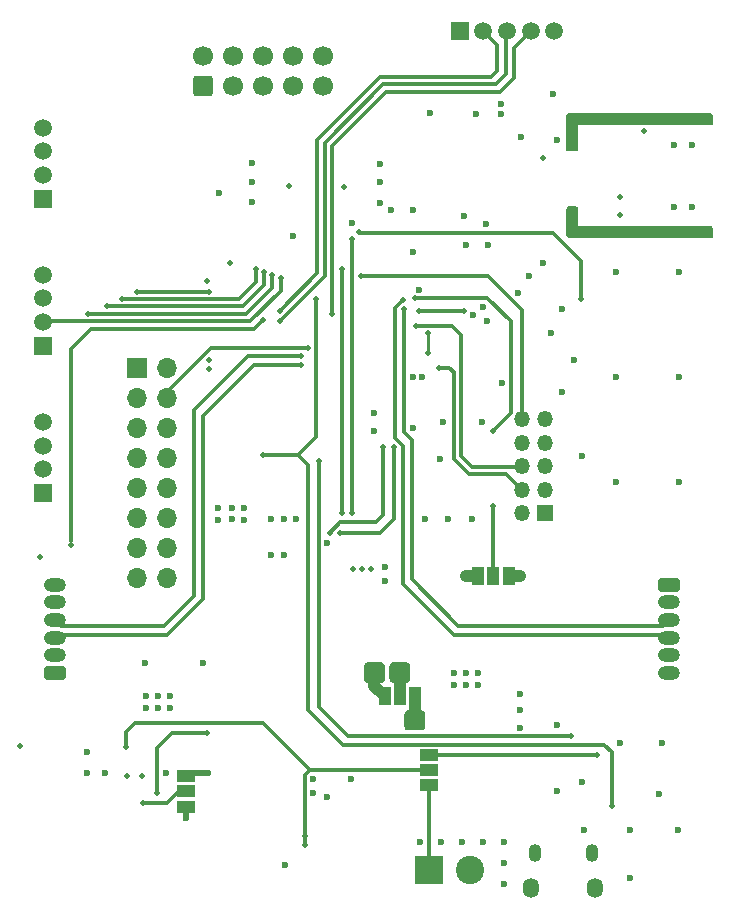
<source format=gbr>
%TF.GenerationSoftware,KiCad,Pcbnew,7.0.1*%
%TF.CreationDate,2023-10-06T11:10:41+02:00*%
%TF.ProjectId,Drv_board,4472765f-626f-4617-9264-2e6b69636164,rev?*%
%TF.SameCoordinates,Original*%
%TF.FileFunction,Copper,L4,Bot*%
%TF.FilePolarity,Positive*%
%FSLAX46Y46*%
G04 Gerber Fmt 4.6, Leading zero omitted, Abs format (unit mm)*
G04 Created by KiCad (PCBNEW 7.0.1) date 2023-10-06 11:10:41*
%MOMM*%
%LPD*%
G01*
G04 APERTURE LIST*
G04 Aperture macros list*
%AMRoundRect*
0 Rectangle with rounded corners*
0 $1 Rounding radius*
0 $2 $3 $4 $5 $6 $7 $8 $9 X,Y pos of 4 corners*
0 Add a 4 corners polygon primitive as box body*
4,1,4,$2,$3,$4,$5,$6,$7,$8,$9,$2,$3,0*
0 Add four circle primitives for the rounded corners*
1,1,$1+$1,$2,$3*
1,1,$1+$1,$4,$5*
1,1,$1+$1,$6,$7*
1,1,$1+$1,$8,$9*
0 Add four rect primitives between the rounded corners*
20,1,$1+$1,$2,$3,$4,$5,0*
20,1,$1+$1,$4,$5,$6,$7,0*
20,1,$1+$1,$6,$7,$8,$9,0*
20,1,$1+$1,$8,$9,$2,$3,0*%
G04 Aperture macros list end*
%TA.AperFunction,ComponentPad*%
%ADD10R,1.500000X1.500000*%
%TD*%
%TA.AperFunction,ComponentPad*%
%ADD11C,1.500000*%
%TD*%
%TA.AperFunction,ComponentPad*%
%ADD12R,1.350000X1.350000*%
%TD*%
%TA.AperFunction,ComponentPad*%
%ADD13O,1.350000X1.350000*%
%TD*%
%TA.AperFunction,ComponentPad*%
%ADD14O,1.350000X1.700000*%
%TD*%
%TA.AperFunction,ComponentPad*%
%ADD15O,1.100000X1.500000*%
%TD*%
%TA.AperFunction,ComponentPad*%
%ADD16RoundRect,0.250000X0.685000X-0.335000X0.685000X0.335000X-0.685000X0.335000X-0.685000X-0.335000X0*%
%TD*%
%TA.AperFunction,ComponentPad*%
%ADD17O,1.870000X1.170000*%
%TD*%
%TA.AperFunction,ComponentPad*%
%ADD18RoundRect,0.250000X0.600000X-0.600000X0.600000X0.600000X-0.600000X0.600000X-0.600000X-0.600000X0*%
%TD*%
%TA.AperFunction,ComponentPad*%
%ADD19C,1.700000*%
%TD*%
%TA.AperFunction,ComponentPad*%
%ADD20R,2.400000X2.400000*%
%TD*%
%TA.AperFunction,ComponentPad*%
%ADD21C,2.400000*%
%TD*%
%TA.AperFunction,ComponentPad*%
%ADD22R,1.700000X1.700000*%
%TD*%
%TA.AperFunction,ComponentPad*%
%ADD23O,1.700000X1.700000*%
%TD*%
%TA.AperFunction,ComponentPad*%
%ADD24RoundRect,0.250000X-0.685000X0.335000X-0.685000X-0.335000X0.685000X-0.335000X0.685000X0.335000X0*%
%TD*%
%TA.AperFunction,SMDPad,CuDef*%
%ADD25R,1.500000X1.000000*%
%TD*%
%TA.AperFunction,SMDPad,CuDef*%
%ADD26R,1.000000X1.500000*%
%TD*%
%TA.AperFunction,ViaPad*%
%ADD27C,0.600000*%
%TD*%
%TA.AperFunction,ViaPad*%
%ADD28C,0.500000*%
%TD*%
%TA.AperFunction,Conductor*%
%ADD29C,0.500000*%
%TD*%
%TA.AperFunction,Conductor*%
%ADD30C,0.300000*%
%TD*%
%TA.AperFunction,Conductor*%
%ADD31C,1.000000*%
%TD*%
%TA.AperFunction,Conductor*%
%ADD32C,0.250000*%
%TD*%
G04 APERTURE END LIST*
D10*
%TO.P,J5,1,Pin_1*%
%TO.N,+5V*%
X138294000Y-72560000D03*
D11*
%TO.P,J5,2,Pin_2*%
%TO.N,SRF-05_TRIG*%
X140294000Y-72560000D03*
%TO.P,J5,3,Pin_3*%
%TO.N,SRF-05_ECHO*%
X142294000Y-72560000D03*
%TO.P,J5,4,Pin_4*%
%TO.N,SRF-05_IN*%
X144294000Y-72560000D03*
%TO.P,J5,5,Pin_5*%
%TO.N,GND*%
X146294000Y-72560000D03*
%TD*%
D12*
%TO.P,J7,1,Pin_1*%
%TO.N,+3.3V*%
X145542000Y-113410000D03*
D13*
%TO.P,J7,2,Pin_2*%
%TO.N,SWDIO*%
X143542000Y-113410000D03*
%TO.P,J7,3,Pin_3*%
%TO.N,GND*%
X145542000Y-111410000D03*
%TO.P,J7,4,Pin_4*%
%TO.N,SWCLK*%
X143542000Y-111410000D03*
%TO.P,J7,5,Pin_5*%
%TO.N,GND*%
X145542000Y-109410000D03*
%TO.P,J7,6,Pin_6*%
%TO.N,SWO*%
X143542000Y-109410000D03*
%TO.P,J7,7,Pin_7*%
%TO.N,unconnected-(J7-Pin_7-Pad7)*%
X145542000Y-107410000D03*
%TO.P,J7,8,Pin_8*%
%TO.N,unconnected-(J7-Pin_8-Pad8)*%
X143542000Y-107410000D03*
%TO.P,J7,9,Pin_9*%
%TO.N,GND*%
X145542000Y-105410000D03*
%TO.P,J7,10,Pin_10*%
%TO.N,NRST*%
X143542000Y-105410000D03*
%TD*%
D14*
%TO.P,J1,6,Shield*%
%TO.N,unconnected-(J1-Shield-Pad6)*%
X144311000Y-145133000D03*
D15*
X144621000Y-142133000D03*
X149461000Y-142133000D03*
D14*
X149771000Y-145133000D03*
%TD*%
D16*
%TO.P,J8,1,Pin_1*%
%TO.N,A2*%
X104000000Y-126940000D03*
D17*
%TO.P,J8,2,Pin_2*%
%TO.N,GND*%
X104000000Y-125440000D03*
%TO.P,J8,3,Pin_3*%
%TO.N,ENC_A_1*%
X104000000Y-123940000D03*
%TO.P,J8,4,Pin_4*%
%TO.N,ENC_A_2*%
X104000000Y-122440000D03*
%TO.P,J8,5,Pin_5*%
%TO.N,+3.3V*%
X104000000Y-120940000D03*
%TO.P,J8,6,Pin_6*%
%TO.N,A1*%
X104000000Y-119440000D03*
%TD*%
D18*
%TO.P,J4,1,Pin_1*%
%TO.N,+3.3V*%
X116586000Y-77206500D03*
D19*
%TO.P,J4,2,Pin_2*%
%TO.N,GND*%
X116586000Y-74666500D03*
%TO.P,J4,3,Pin_3*%
%TO.N,QTR_CTRL*%
X119126000Y-77206500D03*
%TO.P,J4,4,Pin_4*%
%TO.N,unconnected-(J4-Pin_4-Pad4)*%
X119126000Y-74666500D03*
%TO.P,J4,5,Pin_5*%
%TO.N,QTR_4*%
X121666000Y-77206500D03*
%TO.P,J4,6,Pin_6*%
%TO.N,QTR_5*%
X121666000Y-74666500D03*
%TO.P,J4,7,Pin_7*%
%TO.N,QTR_2*%
X124206000Y-77206500D03*
%TO.P,J4,8,Pin_8*%
%TO.N,QTR_3*%
X124206000Y-74666500D03*
%TO.P,J4,9,Pin_9*%
%TO.N,QTR_0*%
X126746000Y-77206500D03*
%TO.P,J4,10,Pin_10*%
%TO.N,QTR_1*%
X126746000Y-74666500D03*
%TD*%
D20*
%TO.P,BT1,1,+*%
%TO.N,+BATT*%
X135648200Y-143572000D03*
D21*
%TO.P,BT1,2,-*%
%TO.N,GND*%
X139148200Y-143572000D03*
%TD*%
D22*
%TO.P,J11,1,Pin_1*%
%TO.N,EXT_USART_TX*%
X110998000Y-101087000D03*
D23*
%TO.P,J11,2,Pin_2*%
%TO.N,EXT_USART_RX*%
X113538000Y-101087000D03*
%TO.P,J11,3,Pin_3*%
%TO.N,KEEP_ALIVE*%
X110998000Y-103627000D03*
%TO.P,J11,4,Pin_4*%
%TO.N,Power_Btn*%
X113538000Y-103627000D03*
%TO.P,J11,5,Pin_5*%
%TO.N,EXT_PC3*%
X110998000Y-106167000D03*
%TO.P,J11,6,Pin_6*%
%TO.N,EXT_PC2*%
X113538000Y-106167000D03*
%TO.P,J11,7,Pin_7*%
%TO.N,EXT_PA4*%
X110998000Y-108707000D03*
%TO.P,J11,8,Pin_8*%
%TO.N,EXT_SPI_SCK*%
X113538000Y-108707000D03*
%TO.P,J11,9,Pin_9*%
%TO.N,EXT_SPI_MISO*%
X110998000Y-111247000D03*
%TO.P,J11,10,Pin_10*%
%TO.N,EXT_SPI_MOSI*%
X113538000Y-111247000D03*
%TO.P,J11,11,Pin_11*%
%TO.N,I2C_SCL*%
X110998000Y-113787000D03*
%TO.P,J11,12,Pin_12*%
%TO.N,I2C_SDA*%
X113538000Y-113787000D03*
%TO.P,J11,13,Pin_13*%
%TO.N,GND*%
X110998000Y-116327000D03*
%TO.P,J11,14,Pin_14*%
%TO.N,+3.3V*%
X113538000Y-116327000D03*
%TO.P,J11,15,Pin_15*%
%TO.N,GND*%
X110998000Y-118867000D03*
%TO.P,J11,16,Pin_16*%
%TO.N,+5V*%
X113538000Y-118867000D03*
%TD*%
D10*
%TO.P,J2,1,Pin_1*%
%TO.N,GND*%
X103040000Y-99212000D03*
D11*
%TO.P,J2,2,Pin_2*%
%TO.N,WS_LED_1*%
X103040000Y-97212000D03*
%TO.P,J2,3,Pin_3*%
%TO.N,+5V*%
X103040000Y-95212000D03*
%TO.P,J2,4,Pin_4*%
%TO.N,GND*%
X103040000Y-93212000D03*
%TD*%
D10*
%TO.P,J6,1,Pin_1*%
%TO.N,I2C_SDA*%
X103047800Y-111664000D03*
D11*
%TO.P,J6,2,Pin_2*%
%TO.N,I2C_SCL*%
X103047800Y-109664000D03*
%TO.P,J6,3,Pin_3*%
%TO.N,+3.3V*%
X103047800Y-107664000D03*
%TO.P,J6,4,Pin_4*%
%TO.N,GND*%
X103047800Y-105664000D03*
%TD*%
D24*
%TO.P,J9,1,Pin_1*%
%TO.N,B2*%
X156000000Y-119440000D03*
D17*
%TO.P,J9,2,Pin_2*%
%TO.N,GND*%
X156000000Y-120940000D03*
%TO.P,J9,3,Pin_3*%
%TO.N,ENC_B_1*%
X156000000Y-122440000D03*
%TO.P,J9,4,Pin_4*%
%TO.N,ENC_B_2*%
X156000000Y-123940000D03*
%TO.P,J9,5,Pin_5*%
%TO.N,+3.3V*%
X156000000Y-125440000D03*
%TO.P,J9,6,Pin_6*%
%TO.N,B1*%
X156000000Y-126940000D03*
%TD*%
D10*
%TO.P,J3,1,Pin_1*%
%TO.N,GND*%
X103040000Y-86766000D03*
D11*
%TO.P,J3,2,Pin_2*%
%TO.N,WS_LED_0*%
X103040000Y-84766000D03*
%TO.P,J3,3,Pin_3*%
%TO.N,+5V*%
X103040000Y-82766000D03*
%TO.P,J3,4,Pin_4*%
%TO.N,GND*%
X103040000Y-80766000D03*
%TD*%
D25*
%TO.P,JP2,1,A*%
%TO.N,+BATT*%
X135648200Y-136442000D03*
%TO.P,JP2,2,C*%
%TO.N,EN*%
X135648200Y-135142000D03*
%TO.P,JP2,3,B*%
%TO.N,LATCH_POWERUP*%
X135648200Y-133842000D03*
%TD*%
D26*
%TO.P,JP1,1,A*%
%TO.N,5V_Stab*%
X131923000Y-128905000D03*
%TO.P,JP1,2,C*%
%TO.N,+5V*%
X133223000Y-128905000D03*
%TO.P,JP1,3,B*%
%TO.N,5V_Conv*%
X134523000Y-128905000D03*
%TD*%
D25*
%TO.P,JP3,1,A*%
%TO.N,GND*%
X115074200Y-135645400D03*
%TO.P,JP3,2,C*%
%TO.N,Net-(IC1-FREQ)*%
X115074200Y-136945400D03*
%TO.P,JP3,3,B*%
%TO.N,+BATT*%
X115074200Y-138245400D03*
%TD*%
D26*
%TO.P,SW1,1,A*%
%TO.N,+3.3V*%
X142427000Y-118745000D03*
%TO.P,SW1,2,B*%
%TO.N,Net-(SW1-B)*%
X141127000Y-118745000D03*
%TO.P,SW1,3,C*%
%TO.N,GND*%
X139827000Y-118745000D03*
%TD*%
D27*
%TO.N,+BATT*%
X115074200Y-139206000D03*
D28*
X101092000Y-133096000D03*
D27*
X152666200Y-144286000D03*
X152666200Y-140222000D03*
X155194000Y-137160000D03*
X148602200Y-136158000D03*
X156730200Y-140222000D03*
%TO.N,GND*%
X116979200Y-135396000D03*
X124206000Y-89916000D03*
X156464000Y-82194400D03*
X148844000Y-140208000D03*
X134886200Y-141238000D03*
X151485600Y-101904800D03*
X158750000Y-89611200D03*
X141998200Y-144794000D03*
X143395200Y-131586000D03*
X146558000Y-131318000D03*
X147828000Y-89611200D03*
X141998200Y-143016000D03*
X139700000Y-79603600D03*
X131572000Y-85394800D03*
X143395200Y-128665000D03*
X158750000Y-80060800D03*
X151485600Y-92989400D03*
D28*
X129235200Y-118110000D03*
D27*
X146202400Y-77927200D03*
X150012400Y-89611200D03*
X141998200Y-141238000D03*
D28*
X110121200Y-135650000D03*
D27*
X122301000Y-113919000D03*
X151485600Y-110794800D03*
X156565600Y-89611200D03*
X111607600Y-126085600D03*
D28*
X118872000Y-92202000D03*
D27*
X134366000Y-106172000D03*
D28*
X130759200Y-118110000D03*
D27*
X132461000Y-87757000D03*
X140505534Y-88930474D03*
X125869200Y-135878600D03*
X144145000Y-93322000D03*
X156565600Y-80060800D03*
X120691467Y-85357340D03*
X106692200Y-135396000D03*
X139446000Y-96647000D03*
X155448000Y-132842000D03*
D28*
X111391200Y-135650000D03*
D27*
X143395200Y-130062000D03*
X123456200Y-143143000D03*
X147828000Y-82245200D03*
X127014500Y-115951000D03*
X117906800Y-86319500D03*
X151892000Y-132842000D03*
X156870400Y-93014800D03*
X138442200Y-141238000D03*
X139319000Y-113919000D03*
X131953000Y-119126000D03*
X138811000Y-90678000D03*
X122301000Y-116967000D03*
X147828000Y-80060800D03*
X113423200Y-135396000D03*
D28*
X123825000Y-85705250D03*
D27*
X147828000Y-87833200D03*
X135382000Y-113919000D03*
X157988000Y-82194400D03*
D28*
X102768400Y-117068600D03*
D27*
X157988000Y-87477600D03*
X147943000Y-100457000D03*
X146927000Y-96139000D03*
D28*
X128524000Y-85738200D03*
D27*
X146032841Y-98135398D03*
X124460000Y-113919000D03*
D28*
X117094000Y-100457000D03*
D27*
X140258800Y-95961200D03*
X123444000Y-116967000D03*
X131064000Y-106426000D03*
X140690600Y-90680400D03*
X131559000Y-87109000D03*
X152196800Y-80060800D03*
X140589000Y-97155000D03*
X154381200Y-89611200D03*
X156464000Y-87477600D03*
X131953000Y-117983000D03*
X106692200Y-133618000D03*
X156870400Y-110794800D03*
X154381200Y-80060800D03*
X134874000Y-94488000D03*
X123418600Y-113893600D03*
X138811000Y-118745000D03*
X136664200Y-141238000D03*
X120700800Y-87084200D03*
D28*
X151892000Y-86614000D03*
D27*
X146558000Y-136906000D03*
D28*
X130048000Y-118110000D03*
D27*
X116586000Y-126111000D03*
X150012400Y-80060800D03*
X156870400Y-101904800D03*
D28*
X145313233Y-83337233D03*
D27*
X129044200Y-135904000D03*
D28*
X151892000Y-88138000D03*
D27*
X145364200Y-92204400D03*
X127012200Y-137428000D03*
X136652000Y-108824500D03*
X152196800Y-89611200D03*
X108216200Y-135396000D03*
X137287000Y-113919000D03*
D28*
X153924000Y-81026000D03*
D27*
X134328497Y-101854000D03*
X143510000Y-81534000D03*
X141859000Y-102362000D03*
X125869200Y-137047000D03*
X140220200Y-141238000D03*
%TO.N,+3.3V*%
X143383000Y-118745000D03*
X146939000Y-103124000D03*
X140208000Y-105664000D03*
X131064000Y-104902000D03*
X139839200Y-127903000D03*
X135763000Y-79502000D03*
X131572000Y-83820000D03*
X134366000Y-87757000D03*
X137807200Y-127903000D03*
D28*
X116899500Y-93726000D03*
D27*
X139839200Y-126887000D03*
X134366000Y-91313000D03*
X138823200Y-127903000D03*
X141782800Y-79603600D03*
D28*
X117094000Y-101156500D03*
D27*
X138823200Y-126887000D03*
X135128000Y-101854000D03*
X141782800Y-78790800D03*
X120700800Y-83782200D03*
X143256000Y-94742000D03*
X146558000Y-81788000D03*
X148654000Y-108585000D03*
X136906000Y-105664000D03*
X129133600Y-88798400D03*
X137807200Y-126887000D03*
X138684000Y-88265000D03*
D28*
%TO.N,NRST*%
X129921000Y-93345000D03*
D27*
%TO.N,5V_Conv*%
X133985000Y-131394200D03*
X133985000Y-130505200D03*
X135001000Y-131394200D03*
X135001000Y-130505200D03*
%TO.N,+6V*%
X112776000Y-128905000D03*
X118973600Y-113919000D03*
X117856000Y-112928400D03*
X111760000Y-128905000D03*
X120015000Y-112928400D03*
X117856000Y-113944400D03*
X120015000Y-113944400D03*
X113792000Y-129921000D03*
X113792000Y-128905000D03*
X118973600Y-112928400D03*
X112776000Y-129921000D03*
X111760000Y-129921000D03*
%TO.N,5V_Stab*%
X131572000Y-127254000D03*
X130556000Y-126365000D03*
X130556000Y-127254000D03*
X131572000Y-126365000D03*
D28*
%TO.N,Net-(IC1-SS)*%
X116852200Y-131992400D03*
X112661200Y-137047000D03*
%TO.N,Power_Btn*%
X125476000Y-99441000D03*
X126365000Y-108966000D03*
X147718200Y-132242500D03*
%TO.N,EN*%
X125158000Y-140755400D03*
X110045000Y-133211600D03*
X125158000Y-141517400D03*
%TO.N,Net-(IC1-FREQ)*%
X111442000Y-137910600D03*
%TO.N,DRV_MODE*%
X129159000Y-90170000D03*
X129159000Y-113411000D03*
%TO.N,DRV_NSLEEP*%
X128333500Y-92745500D03*
X128346200Y-113411000D03*
D27*
%TO.N,+5V*%
X132715000Y-126365000D03*
X133731000Y-127254000D03*
X133731000Y-126365000D03*
X132715000Y-127254000D03*
D28*
%TO.N,SRF-05_TRIG*%
X123063000Y-96266000D03*
%TO.N,SRF-05_ECHO*%
X123063000Y-97155000D03*
%TO.N,SRF-05_IN*%
X127473000Y-96520000D03*
%TO.N,I2C_SDA*%
X127274589Y-115041411D03*
X131826000Y-107823000D03*
%TO.N,I2C_SCL*%
X128143000Y-115062000D03*
X132715000Y-107823000D03*
%TO.N,WS_LED_1*%
X123127433Y-93472000D03*
%TO.N,SWCLK*%
X136525000Y-101092000D03*
%TO.N,SWO*%
X134594767Y-97510767D03*
%TO.N,WS_LED_0*%
X122428000Y-93218000D03*
X106807000Y-96520000D03*
%TO.N,ENC_A_1*%
X124841000Y-100838000D03*
%TO.N,ENC_A_2*%
X124841000Y-100076000D03*
%TO.N,ENC_B_1*%
X133604000Y-96139000D03*
%TO.N,ENC_B_2*%
X133477000Y-95377000D03*
%TO.N,LATCH_POWERUP*%
X149902200Y-133842000D03*
%TO.N,BOOT0*%
X141097000Y-106426000D03*
X134472672Y-95138000D03*
%TO.N,Net-(SW1-B)*%
X141097000Y-112776000D03*
%TO.N,BATT_ADC_0*%
X105359200Y-116103400D03*
X121666000Y-97028000D03*
%TO.N,KEEP_ALIVE*%
X126111000Y-95250000D03*
X151142200Y-138190000D03*
X121666000Y-108458000D03*
%TO.N,Net-(U2-PC15)*%
X129794000Y-89570000D03*
X148590000Y-95250000D03*
%TO.N,EXT_USART_TX*%
X108423000Y-95850000D03*
X121716800Y-92964000D03*
%TO.N,EXT_USART_RX*%
X121017297Y-92710000D03*
X109728000Y-95250500D03*
%TO.N,NRF_SCK*%
X135607819Y-98147319D03*
X135636000Y-99824500D03*
%TO.N,MPU-6050_IRQ*%
X134874000Y-96266000D03*
X138633500Y-96266000D03*
%TO.N,EXT_PA4*%
X110998000Y-94650500D03*
X117094000Y-94650500D03*
%TD*%
D29*
%TO.N,+BATT*%
X115074200Y-138245400D02*
X115074200Y-139206000D01*
D30*
X135648200Y-136442000D02*
X135648200Y-143840000D01*
D29*
%TO.N,GND*%
X116979200Y-135396000D02*
X115171200Y-135396000D01*
X115171200Y-135396000D02*
X115074200Y-135493000D01*
D31*
X139827000Y-118745000D02*
X138811000Y-118745000D01*
%TO.N,+3.3V*%
X142427000Y-118745000D02*
X143383000Y-118745000D01*
D30*
%TO.N,NRST*%
X140716000Y-93345000D02*
X143542000Y-96171000D01*
X129921000Y-93345000D02*
X140716000Y-93345000D01*
X143542000Y-96171000D02*
X143542000Y-105410000D01*
D31*
%TO.N,5V_Conv*%
X134523000Y-128905000D02*
X134523000Y-130653000D01*
%TO.N,5V_Stab*%
X131923000Y-128905000D02*
X131064000Y-128046000D01*
X131064000Y-128046000D02*
X131064000Y-126746000D01*
D30*
%TO.N,Net-(IC1-SS)*%
X112661200Y-137047000D02*
X112661200Y-133237000D01*
X113905800Y-131992400D02*
X116852200Y-131992400D01*
X112661200Y-133237000D02*
X113905800Y-131992400D01*
%TO.N,Power_Btn*%
X126365000Y-108966000D02*
X126365000Y-129794000D01*
X128807000Y-132236000D02*
X147711700Y-132236000D01*
X126365000Y-129794000D02*
X128807000Y-132236000D01*
X113538000Y-103164471D02*
X113538000Y-103627000D01*
X147711700Y-132236000D02*
X147718200Y-132242500D01*
X117261471Y-99441000D02*
X113538000Y-103164471D01*
X125476000Y-99441000D02*
X117261471Y-99441000D01*
%TO.N,EN*%
X125158000Y-141517400D02*
X125158000Y-140755400D01*
X125107200Y-141466600D02*
X125158000Y-141517400D01*
X110045000Y-133211600D02*
X110045000Y-131916200D01*
X121663200Y-131190000D02*
X122757700Y-132284500D01*
X110045000Y-131916200D02*
X110771200Y-131190000D01*
X122679200Y-132206000D02*
X125615200Y-135142000D01*
X125158000Y-140755400D02*
X125092200Y-140689600D01*
X135648200Y-135142000D02*
X125615200Y-135142000D01*
X110771200Y-131190000D02*
X121663200Y-131190000D01*
X125158000Y-135599200D02*
X125615200Y-135142000D01*
X125158000Y-135599200D02*
X125158000Y-141517400D01*
X125107200Y-140704600D02*
X125158000Y-140755400D01*
%TO.N,Net-(IC1-FREQ)*%
X114490000Y-136945400D02*
X115074200Y-136945400D01*
X113524800Y-137910600D02*
X114490000Y-136945400D01*
X111442000Y-137910600D02*
X113524800Y-137910600D01*
%TO.N,DRV_MODE*%
X129159000Y-113411000D02*
X129159000Y-90170000D01*
%TO.N,DRV_NSLEEP*%
X128346200Y-92758200D02*
X128333500Y-92745500D01*
X128346200Y-113411000D02*
X128346200Y-92758200D01*
D31*
%TO.N,+5V*%
X133223000Y-128905000D02*
X133223000Y-127127000D01*
D30*
%TO.N,SRF-05_TRIG*%
X126238000Y-93091000D02*
X126238000Y-81788000D01*
X140970000Y-76454000D02*
X141478000Y-75946000D01*
X131572000Y-76454000D02*
X140970000Y-76454000D01*
X123063000Y-96266000D02*
X126238000Y-93091000D01*
X141478000Y-73744000D02*
X140548000Y-72814000D01*
X126238000Y-81788000D02*
X131572000Y-76454000D01*
X140548000Y-72814000D02*
X140294000Y-72814000D01*
X141478000Y-75946000D02*
X141478000Y-73744000D01*
%TO.N,SRF-05_ECHO*%
X131826000Y-77089000D02*
X141351000Y-77089000D01*
X126873000Y-82042000D02*
X131826000Y-77089000D01*
X141351000Y-77089000D02*
X142240000Y-76200000D01*
X142240000Y-72614000D02*
X142294000Y-72560000D01*
X142240000Y-76200000D02*
X142240000Y-72614000D01*
X123063000Y-97155000D02*
X126873000Y-93345000D01*
X142294000Y-72560000D02*
X142294000Y-72814000D01*
X126873000Y-93345000D02*
X126873000Y-82042000D01*
%TO.N,SRF-05_IN*%
X141732000Y-77724000D02*
X142875000Y-76581000D01*
X127473000Y-96520000D02*
X127473000Y-82331000D01*
X132080000Y-77724000D02*
X141732000Y-77724000D01*
X142875000Y-76581000D02*
X142875000Y-73979000D01*
X142875000Y-73979000D02*
X144294000Y-72560000D01*
X127473000Y-82331000D02*
X132080000Y-77724000D01*
%TO.N,I2C_SDA*%
X131826000Y-113538000D02*
X131826000Y-107823000D01*
X113538000Y-113919000D02*
X113919000Y-114300000D01*
X131191000Y-114173000D02*
X131826000Y-113538000D01*
X128143000Y-114173000D02*
X131191000Y-114173000D01*
X127274589Y-115041411D02*
X128143000Y-114173000D01*
X113538000Y-113787000D02*
X113538000Y-113919000D01*
%TO.N,I2C_SCL*%
X131572000Y-115062000D02*
X132715000Y-113919000D01*
X132715000Y-113919000D02*
X132715000Y-107823000D01*
X128143000Y-115062000D02*
X131572000Y-115062000D01*
%TO.N,WS_LED_1*%
X120523000Y-97155000D02*
X103097000Y-97155000D01*
X123127433Y-93472000D02*
X123127433Y-94550567D01*
X123127433Y-94550567D02*
X120523000Y-97155000D01*
X103097000Y-97155000D02*
X103040000Y-97212000D01*
%TO.N,QTR_4*%
X121666000Y-77206500D02*
X121666000Y-77470000D01*
%TO.N,QTR_5*%
X121666000Y-74666500D02*
X121666000Y-74803000D01*
%TO.N,SWCLK*%
X137795000Y-101473000D02*
X137795000Y-108839000D01*
X143446000Y-111506000D02*
X143542000Y-111410000D01*
X139065000Y-110109000D02*
X142241000Y-110109000D01*
X142241000Y-110109000D02*
X143542000Y-111410000D01*
X137795000Y-108839000D02*
X139065000Y-110109000D01*
X136525000Y-101092000D02*
X137414000Y-101092000D01*
X137414000Y-101092000D02*
X137795000Y-101473000D01*
%TO.N,SWO*%
X138430000Y-108585000D02*
X139319000Y-109474000D01*
X134594767Y-97510767D02*
X134620000Y-97536000D01*
X138430000Y-101346000D02*
X138430000Y-101600000D01*
X138430000Y-101600000D02*
X138430000Y-108585000D01*
X137668000Y-97536000D02*
X138430000Y-98298000D01*
X143478000Y-109474000D02*
X143542000Y-109410000D01*
X138430000Y-98298000D02*
X138430000Y-101600000D01*
X134620000Y-97536000D02*
X137668000Y-97536000D01*
X139319000Y-109474000D02*
X143478000Y-109474000D01*
%TO.N,WS_LED_0*%
X122428000Y-93218000D02*
X122428000Y-94297500D01*
X120205500Y-96520000D02*
X106807000Y-96520000D01*
X122428000Y-94297500D02*
X120205500Y-96520000D01*
%TO.N,ENC_A_1*%
X124841000Y-100838000D02*
X120904000Y-100838000D01*
X113538000Y-123698000D02*
X104242000Y-123698000D01*
X116586000Y-120650000D02*
X113538000Y-123698000D01*
X104242000Y-123698000D02*
X104000000Y-123940000D01*
X120904000Y-100838000D02*
X116586000Y-105156000D01*
X116586000Y-105156000D02*
X116586000Y-120650000D01*
%TO.N,ENC_A_2*%
X120396000Y-100076000D02*
X115824000Y-104648000D01*
X115824000Y-120396000D02*
X113284000Y-122936000D01*
X104496000Y-122936000D02*
X104000000Y-122440000D01*
X113284000Y-122936000D02*
X104496000Y-122936000D01*
X115824000Y-104648000D02*
X115824000Y-120396000D01*
X124841000Y-100076000D02*
X120396000Y-100076000D01*
%TO.N,ENC_B_1*%
X155504000Y-122936000D02*
X138176000Y-122936000D01*
X133604000Y-106553000D02*
X133604000Y-96139000D01*
X138176000Y-122936000D02*
X134239000Y-118999000D01*
X156000000Y-122440000D02*
X155504000Y-122936000D01*
X134239000Y-118999000D02*
X134239000Y-107188000D01*
X134239000Y-107188000D02*
X133604000Y-106553000D01*
%TO.N,ENC_B_2*%
X133477000Y-119380000D02*
X137795000Y-123698000D01*
X132842000Y-96052471D02*
X132842000Y-96012000D01*
X132842000Y-96012000D02*
X133477000Y-95377000D01*
X155758000Y-123698000D02*
X156000000Y-123940000D01*
X133477000Y-107696000D02*
X133477000Y-119380000D01*
X132842000Y-96052471D02*
X132842000Y-107061000D01*
X137795000Y-123698000D02*
X155758000Y-123698000D01*
X132842000Y-107061000D02*
X133477000Y-107696000D01*
%TO.N,LATCH_POWERUP*%
X149902200Y-133842000D02*
X135648200Y-133842000D01*
%TO.N,BOOT0*%
X134472672Y-95138000D02*
X140604000Y-95138000D01*
X142621000Y-97155000D02*
X142621000Y-104902000D01*
X142621000Y-104902000D02*
X141097000Y-106426000D01*
X140604000Y-95138000D02*
X142621000Y-97155000D01*
%TO.N,Net-(SW1-B)*%
X141097000Y-118715000D02*
X141127000Y-118745000D01*
X141097000Y-112776000D02*
X141097000Y-118715000D01*
%TO.N,BATT_ADC_0*%
X121666000Y-97028000D02*
X120904000Y-97790000D01*
X105359200Y-99517200D02*
X105359200Y-115722400D01*
X107086400Y-97790000D02*
X105359200Y-99517200D01*
X120904000Y-97790000D02*
X107086400Y-97790000D01*
%TO.N,KEEP_ALIVE*%
X151142200Y-138190000D02*
X151142200Y-133616200D01*
X128420000Y-132992000D02*
X125476000Y-130048000D01*
X150518000Y-132992000D02*
X128420000Y-132992000D01*
X124587000Y-108458000D02*
X126111000Y-106934000D01*
X125476000Y-130048000D02*
X125476000Y-109347000D01*
X126111000Y-95250000D02*
X126111000Y-106934000D01*
X125476000Y-109347000D02*
X124587000Y-108458000D01*
X124587000Y-108458000D02*
X121666000Y-108458000D01*
X151142200Y-133616200D02*
X150518000Y-132992000D01*
%TO.N,Net-(U2-PC15)*%
X129794000Y-89570000D02*
X129886000Y-89662000D01*
X148590000Y-92075000D02*
X148590000Y-95250000D01*
X129886000Y-89662000D02*
X146177000Y-89662000D01*
X146177000Y-89662000D02*
X148590000Y-92075000D01*
%TO.N,EXT_USART_TX*%
X121716800Y-94056200D02*
X121716800Y-92964000D01*
X108423000Y-95850000D02*
X119923000Y-95850000D01*
X119923000Y-95850000D02*
X121716800Y-94056200D01*
%TO.N,EXT_USART_RX*%
X121031000Y-92723703D02*
X121017297Y-92710000D01*
X109728500Y-95250000D02*
X119634000Y-95250000D01*
X121031000Y-93853000D02*
X121031000Y-92723703D01*
X119634000Y-95250000D02*
X121031000Y-93853000D01*
X109728000Y-95250500D02*
X109728500Y-95250000D01*
D32*
%TO.N,NRF_SCK*%
X135607819Y-99796319D02*
X135636000Y-99824500D01*
X135607819Y-98147319D02*
X135636000Y-98175500D01*
X135607819Y-98147319D02*
X135607819Y-99796319D01*
D30*
%TO.N,MPU-6050_IRQ*%
X138633500Y-96266000D02*
X134874000Y-96266000D01*
%TO.N,EXT_PA4*%
X117094000Y-94650500D02*
X110998000Y-94650500D01*
%TD*%
%TA.AperFunction,Conductor*%
%TO.N,GND*%
G36*
X148047971Y-87378381D02*
G01*
X148126618Y-87394024D01*
X148171308Y-87412535D01*
X148227626Y-87450166D01*
X148261833Y-87484373D01*
X148299462Y-87540688D01*
X148317976Y-87585387D01*
X148333617Y-87664020D01*
X148336000Y-87688211D01*
X148336000Y-89103200D01*
X159575500Y-89103200D01*
X159637500Y-89119813D01*
X159682887Y-89165200D01*
X159699500Y-89227200D01*
X159699500Y-89995200D01*
X159682887Y-90057200D01*
X159637500Y-90102587D01*
X159575500Y-90119200D01*
X147632211Y-90119200D01*
X147608020Y-90116817D01*
X147529387Y-90101176D01*
X147484689Y-90082662D01*
X147428373Y-90045033D01*
X147394166Y-90010826D01*
X147356535Y-89954508D01*
X147338024Y-89909818D01*
X147322381Y-89831171D01*
X147320000Y-89806989D01*
X147320000Y-87688211D01*
X147322381Y-87664028D01*
X147338025Y-87585379D01*
X147356534Y-87540693D01*
X147394168Y-87484370D01*
X147428370Y-87450168D01*
X147484693Y-87412534D01*
X147529379Y-87394025D01*
X147608028Y-87378381D01*
X147632211Y-87376000D01*
X148023789Y-87376000D01*
X148047971Y-87378381D01*
G37*
%TD.AperFunction*%
%TD*%
%TA.AperFunction,Conductor*%
%TO.N,GND*%
G36*
X159637500Y-79569413D02*
G01*
X159682887Y-79614800D01*
X159699500Y-79676800D01*
X159699500Y-80444800D01*
X159682887Y-80506800D01*
X159637500Y-80552187D01*
X159575500Y-80568800D01*
X148336000Y-80568800D01*
X148336000Y-82629200D01*
X148319387Y-82691200D01*
X148274000Y-82736587D01*
X148212000Y-82753200D01*
X147444000Y-82753200D01*
X147382000Y-82736587D01*
X147336613Y-82691200D01*
X147320000Y-82629200D01*
X147320000Y-79676800D01*
X147336613Y-79614800D01*
X147382000Y-79569413D01*
X147444000Y-79552800D01*
X159575500Y-79552800D01*
X159637500Y-79569413D01*
G37*
%TD.AperFunction*%
%TD*%
%TA.AperFunction,Conductor*%
%TO.N,+5V*%
G36*
X133721641Y-125985527D02*
G01*
X133816207Y-126000504D01*
X133853102Y-126012491D01*
X133929617Y-126051477D01*
X133961002Y-126074281D01*
X134021718Y-126134997D01*
X134044522Y-126166383D01*
X134083507Y-126242895D01*
X134095495Y-126279792D01*
X134110473Y-126374358D01*
X134112000Y-126393756D01*
X134112000Y-127352244D01*
X134110473Y-127371642D01*
X134095495Y-127466207D01*
X134083507Y-127503104D01*
X134044522Y-127579616D01*
X134021718Y-127611002D01*
X133961002Y-127671718D01*
X133929616Y-127694522D01*
X133853104Y-127733507D01*
X133816207Y-127745495D01*
X133736425Y-127758131D01*
X133721640Y-127760473D01*
X133702244Y-127762000D01*
X132743756Y-127762000D01*
X132724359Y-127760473D01*
X132705258Y-127757447D01*
X132629792Y-127745495D01*
X132592895Y-127733507D01*
X132516383Y-127694522D01*
X132484997Y-127671718D01*
X132424281Y-127611002D01*
X132401477Y-127579616D01*
X132362492Y-127503104D01*
X132350504Y-127466206D01*
X132335527Y-127371641D01*
X132334000Y-127352244D01*
X132334000Y-126393756D01*
X132335525Y-126374370D01*
X132350505Y-126279784D01*
X132362490Y-126242898D01*
X132401479Y-126166379D01*
X132424278Y-126135000D01*
X132485000Y-126074278D01*
X132516379Y-126051479D01*
X132592898Y-126012490D01*
X132629784Y-126000505D01*
X132724370Y-125985525D01*
X132743756Y-125984000D01*
X133702244Y-125984000D01*
X133721641Y-125985527D01*
G37*
%TD.AperFunction*%
%TD*%
%TA.AperFunction,Conductor*%
%TO.N,5V_Conv*%
G36*
X134991641Y-130049527D02*
G01*
X135086207Y-130064504D01*
X135123102Y-130076491D01*
X135199617Y-130115477D01*
X135231002Y-130138281D01*
X135291718Y-130198997D01*
X135314522Y-130230383D01*
X135353507Y-130306895D01*
X135365495Y-130343792D01*
X135380473Y-130438358D01*
X135382000Y-130457756D01*
X135382000Y-131416244D01*
X135380473Y-131435642D01*
X135365495Y-131530207D01*
X135353507Y-131567104D01*
X135314522Y-131643616D01*
X135291718Y-131675002D01*
X135231002Y-131735718D01*
X135199619Y-131758520D01*
X135173198Y-131771983D01*
X135116900Y-131785500D01*
X133869100Y-131785500D01*
X133812804Y-131771984D01*
X133786382Y-131758521D01*
X133754997Y-131735718D01*
X133694281Y-131675002D01*
X133671477Y-131643616D01*
X133632492Y-131567104D01*
X133620504Y-131530206D01*
X133605527Y-131435641D01*
X133604000Y-131416244D01*
X133604000Y-130457756D01*
X133605525Y-130438370D01*
X133620505Y-130343784D01*
X133632490Y-130306898D01*
X133671479Y-130230379D01*
X133694278Y-130199000D01*
X133755000Y-130138278D01*
X133786379Y-130115479D01*
X133862898Y-130076490D01*
X133899784Y-130064505D01*
X133994370Y-130049525D01*
X134013756Y-130048000D01*
X134972244Y-130048000D01*
X134991641Y-130049527D01*
G37*
%TD.AperFunction*%
%TD*%
%TA.AperFunction,Conductor*%
%TO.N,5V_Stab*%
G36*
X131562641Y-125985527D02*
G01*
X131657207Y-126000504D01*
X131694102Y-126012491D01*
X131770617Y-126051477D01*
X131802002Y-126074281D01*
X131862718Y-126134997D01*
X131885522Y-126166383D01*
X131924507Y-126242895D01*
X131936495Y-126279792D01*
X131951473Y-126374358D01*
X131953000Y-126393756D01*
X131953000Y-127352244D01*
X131951473Y-127371642D01*
X131936495Y-127466207D01*
X131924507Y-127503104D01*
X131885522Y-127579616D01*
X131862718Y-127611002D01*
X131802002Y-127671718D01*
X131770616Y-127694522D01*
X131694104Y-127733507D01*
X131657207Y-127745495D01*
X131577425Y-127758131D01*
X131562640Y-127760473D01*
X131543244Y-127762000D01*
X130584756Y-127762000D01*
X130565359Y-127760473D01*
X130546258Y-127757447D01*
X130470792Y-127745495D01*
X130433895Y-127733507D01*
X130357383Y-127694522D01*
X130325997Y-127671718D01*
X130265281Y-127611002D01*
X130242477Y-127579616D01*
X130203492Y-127503104D01*
X130191504Y-127466206D01*
X130176527Y-127371641D01*
X130175000Y-127352244D01*
X130175000Y-126393756D01*
X130176525Y-126374370D01*
X130191505Y-126279784D01*
X130203490Y-126242898D01*
X130242479Y-126166379D01*
X130265278Y-126135000D01*
X130326000Y-126074278D01*
X130357379Y-126051479D01*
X130433898Y-126012490D01*
X130470784Y-126000505D01*
X130565370Y-125985525D01*
X130584756Y-125984000D01*
X131543244Y-125984000D01*
X131562641Y-125985527D01*
G37*
%TD.AperFunction*%
%TD*%
M02*

</source>
